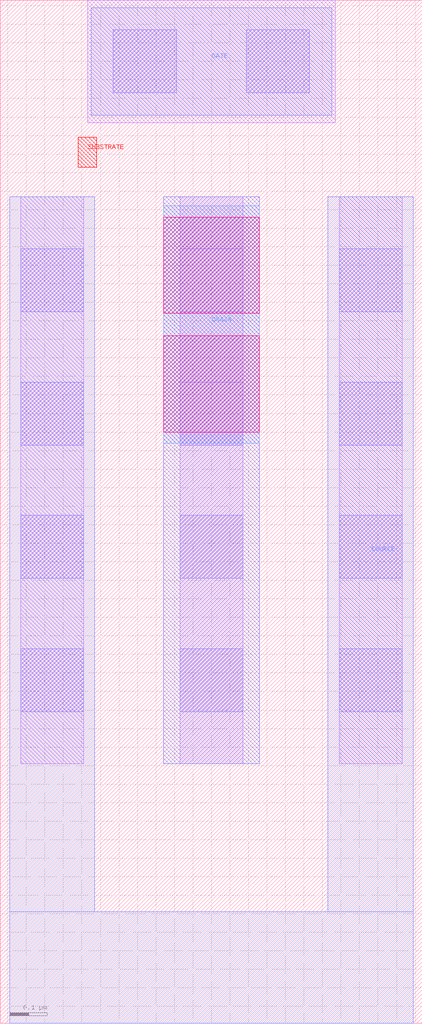
<source format=lef>
# Copyright 2020 The SkyWater PDK Authors
#
# Licensed under the Apache License, Version 2.0 (the "License");
# you may not use this file except in compliance with the License.
# You may obtain a copy of the License at
#
#     https://www.apache.org/licenses/LICENSE-2.0
#
# Unless required by applicable law or agreed to in writing, software
# distributed under the License is distributed on an "AS IS" BASIS,
# WITHOUT WARRANTIES OR CONDITIONS OF ANY KIND, either express or implied.
# See the License for the specific language governing permissions and
# limitations under the License.
#
# SPDX-License-Identifier: Apache-2.0

VERSION 5.7 ;
  NOWIREEXTENSIONATPIN ON ;
  DIVIDERCHAR "/" ;
  BUSBITCHARS "[]" ;
MACRO sky130_fd_pr__rf_nfet_01v8_lvt_aF02W1p65L0p15
  CLASS BLOCK ;
  FOREIGN sky130_fd_pr__rf_nfet_01v8_lvt_aF02W1p65L0p15 ;
  ORIGIN -0.180000  0.445000 ;
  SIZE  1.140000 BY  2.760000 ;
  PIN DRAIN
    ANTENNADIFFAREA  0.462000 ;
    PORT
      LAYER met2 ;
        RECT 0.620000 1.120000 0.880000 1.760000 ;
    END
  END DRAIN
  PIN GATE
    ANTENNAGATEAREA  0.495000 ;
    PORT
      LAYER met1 ;
        RECT 0.425000 2.005000 1.075000 2.295000 ;
    END
  END GATE
  PIN SOURCE
    ANTENNADIFFAREA  0.924000 ;
    PORT
      LAYER met1 ;
        RECT 0.205000 -0.445000 1.295000 -0.145000 ;
        RECT 0.205000 -0.145000 0.435000  1.785000 ;
        RECT 1.065000 -0.145000 1.295000  1.785000 ;
    END
  END SOURCE
  PIN SUBSTRATE
    PORT
      LAYER pwell ;
        RECT 0.390000 1.865000 0.440000 1.945000 ;
    END
  END SUBSTRATE
  OBS
    LAYER li1 ;
      RECT 0.235000 0.255000 0.405000 1.785000 ;
      RECT 0.415000 1.985000 1.085000 2.315000 ;
      RECT 0.665000 0.255000 0.835000 1.785000 ;
      RECT 1.095000 0.255000 1.265000 1.785000 ;
    LAYER mcon ;
      RECT 0.235000 0.395000 0.405000 0.565000 ;
      RECT 0.235000 0.755000 0.405000 0.925000 ;
      RECT 0.235000 1.115000 0.405000 1.285000 ;
      RECT 0.235000 1.475000 0.405000 1.645000 ;
      RECT 0.485000 2.065000 0.655000 2.235000 ;
      RECT 0.665000 0.395000 0.835000 0.565000 ;
      RECT 0.665000 0.755000 0.835000 0.925000 ;
      RECT 0.665000 1.115000 0.835000 1.285000 ;
      RECT 0.665000 1.475000 0.835000 1.645000 ;
      RECT 0.845000 2.065000 1.015000 2.235000 ;
      RECT 1.095000 0.395000 1.265000 0.565000 ;
      RECT 1.095000 0.755000 1.265000 0.925000 ;
      RECT 1.095000 1.115000 1.265000 1.285000 ;
      RECT 1.095000 1.475000 1.265000 1.645000 ;
    LAYER met1 ;
      RECT 0.620000 0.255000 0.880000 1.785000 ;
    LAYER via ;
      RECT 0.620000 1.150000 0.880000 1.410000 ;
      RECT 0.620000 1.470000 0.880000 1.730000 ;
  END
END sky130_fd_pr__rf_nfet_01v8_lvt_aF02W1p65L0p15
END LIBRARY

</source>
